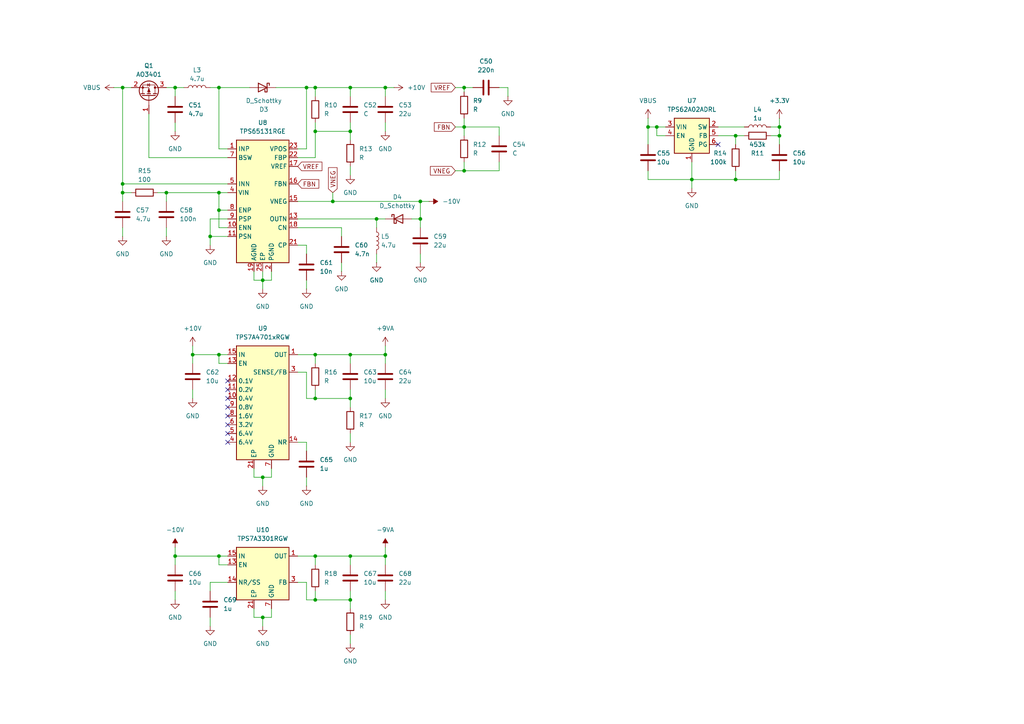
<source format=kicad_sch>
(kicad_sch (version 20250114) (generator "eeschema") (generator_version "9.0")
  (paper "A4")
  (lib_symbols
    (symbol "Device:C" (pin_numbers (hide yes)) (pin_names (offset 0.254))
      (property "Reference" "C" (at 0.635 2.54 0))
      (property "Value" "C" (at 0.635 -2.54 0))
      (symbol "C_0_1"
        (polyline (pts (xy -2.032 0.762) (xy 2.032 0.762)) (stroke (width 0.508)))
        (polyline (pts (xy -2.032 -0.762) (xy 2.032 -0.762)) (stroke (width 0.508)))
      )
      (symbol "C_1_1"
        (pin passive line (at 0 3.81 270) (length 2.794) (name "~") (number "1"))
        (pin passive line (at 0 -3.81 90) (length 2.794) (name "~") (number "2"))
      )
    )
    (symbol "Device:D_Schottky" (pin_numbers (hide yes)) (pin_names (offset 1.016) (hide yes))
      (property "Reference" "D" (at 0 2.54 0))
      (property "Value" "D_Schottky" (at 0 -2.54 0))
      (symbol "D_Schottky_0_1"
        (polyline (pts (xy -1.905 0.635) (xy -1.905 1.27) (xy -1.27 1.27) (xy -1.27 -1.27) (xy -0.635 -1.27) (xy -0.635 -0.635)) (stroke (width 0.254)))
        (polyline (pts (xy 1.27 1.27) (xy 1.27 -1.27) (xy -1.27 0) (xy 1.27 1.27)) (stroke (width 0.254)))
        (polyline (pts (xy 1.27 0) (xy -1.27 0)))
      )
      (symbol "D_Schottky_1_1"
        (pin passive line (at -3.81 0 0) (length 2.54) (name "K") (number "1"))
        (pin passive line (at 3.81 0 180) (length 2.54) (name "A") (number "2"))
      )
    )
    (symbol "Device:L" (pin_numbers (hide yes)) (pin_names (offset 1.016) (hide yes))
      (property "Reference" "L" (at -1.27 0 90))
      (property "Value" "L" (at 1.905 0 90))
      (symbol "L_0_1"
        (arc (start 0 2.54) (mid 0.6323 1.905) (end 0 1.27))
        (arc (start 0 1.27) (mid 0.6323 0.635) (end 0 0))
        (arc (start 0 0) (mid 0.6323 -0.635) (end 0 -1.27))
        (arc (start 0 -1.27) (mid 0.6323 -1.905) (end 0 -2.54))
      )
      (symbol "L_1_1"
        (pin passive line (at 0 3.81 270) (length 1.27) (name "1") (number "1"))
        (pin passive line (at 0 -3.81 90) (length 1.27) (name "2") (number "2"))
      )
    )
    (symbol "Device:R" (pin_numbers (hide yes)) (pin_names (offset 0))
      (property "Reference" "R" (at 2.032 0 90))
      (property "Value" "R" (at 0 0 90))
      (symbol "R_0_1"
        (rectangle (start -1.016 -2.54) (end 1.016 2.54) (stroke (width 0.254)))
      )
      (symbol "R_1_1"
        (pin passive line (at 0 3.81 270) (length 1.27) (name "~") (number "1"))
        (pin passive line (at 0 -3.81 90) (length 1.27) (name "~") (number "2"))
      )
    )
    (symbol "Regulator_Linear:TPS7A3301RGW"
      (property "Reference" "U" (at -6.35 8.89 0))
      (property "Value" "TPS7A3301RGW" (at 3.81 8.89 0))
      (symbol "TPS7A3301RGW_0_1"
        (rectangle (start -7.62 7.62) (end 7.62 -7.62) (stroke (width 0.254)) (fill (type background)))
      )
      (symbol "TPS7A3301RGW_1_1"
        (pin power_in line (at -10.16 5.08 0) (length 2.54) (name "IN") (number "15"))
        (pin passive line (at -10.16 5.08 0) (length 2.54) (hide yes) (name "IN") (number "16"))
        (pin input line (at -10.16 2.54 0) (length 2.54) (name "EN") (number "13"))
        (pin passive line (at -10.16 -2.54 0) (length 2.54) (name "NR/SS") (number "14"))
        (pin power_in line (at -2.54 -10.16 90) (length 2.54) (name "EP") (number "21"))
        (pin power_in line (at 2.54 -10.16 90) (length 2.54) (name "GND") (number "7"))
        (pin power_out line (at 10.16 5.08 180) (length 2.54) (name "OUT") (number "1"))
        (pin passive line (at 10.16 5.08 180) (length 2.54) (hide yes) (name "OUT") (number "20"))
        (pin input line (at 10.16 -2.54 180) (length 2.54) (name "FB") (number "3"))
      )
    )
    (symbol "Regulator_Linear:TPS7A4701xRGW"
      (property "Reference" "U" (at -6.35 19.05 0))
      (property "Value" "TPS7A4701xRGW" (at 3.81 19.05 0))
      (symbol "TPS7A4701xRGW_0_1"
        (rectangle (start -7.62 17.78) (end 7.62 -15.24) (stroke (width 0.254)) (fill (type background)))
      )
      (symbol "TPS7A4701xRGW_1_1"
        (pin power_in line (at -10.16 15.24 0) (length 2.54) (name "IN") (number "15"))
        (pin passive line (at -10.16 15.24 0) (length 2.54) (hide yes) (name "IN") (number "16"))
        (pin input line (at -10.16 12.7 0) (length 2.54) (name "EN") (number "13"))
        (pin input line (at -10.16 7.62 0) (length 2.54) (name "0.1V") (number "12"))
        (pin input line (at -10.16 5.08 0) (length 2.54) (name "0.2V") (number "11"))
        (pin input line (at -10.16 2.54 0) (length 2.54) (name "0.4V") (number "10"))
        (pin input line (at -10.16 0 0) (length 2.54) (name "0.8V") (number "9"))
        (pin input line (at -10.16 -2.54 0) (length 2.54) (name "1.6V") (number "8"))
        (pin input line (at -10.16 -5.08 0) (length 2.54) (name "3.2V") (number "6"))
        (pin input line (at -10.16 -7.62 0) (length 2.54) (name "6.4V") (number "5"))
        (pin input line (at -10.16 -10.16 0) (length 2.54) (name "6.4V") (number "4"))
        (pin passive line (at -2.54 -17.78 90) (length 2.54) (name "EP") (number "21"))
        (pin power_in line (at 2.54 -17.78 90) (length 2.54) (name "GND") (number "7"))
        (pin power_out line (at 10.16 15.24 180) (length 2.54) (name "OUT") (number "1"))
        (pin power_out line (at 10.16 15.24 180) (length 2.54) (hide yes) (name "OUT") (number "20"))
        (pin input line (at 10.16 10.16 180) (length 2.54) (name "SENSE/FB") (number "3"))
        (pin passive line (at 10.16 -10.16 180) (length 2.54) (name "NR") (number "14"))
      )
    )
    (symbol "Regulator_Switching:TPS62A02ADRL"
      (property "Reference" "U" (at -5.08 6.35 0))
      (property "Value" "TPS62A02ADRL" (at 0 6.35 0))
      (symbol "TPS62A02ADRL_0_1"
        (rectangle (start -5.08 5.08) (end 5.08 -5.08) (stroke (width 0.254)) (fill (type background)))
      )
      (symbol "TPS62A02ADRL_1_1"
        (pin power_in line (at -7.62 2.54 0) (length 2.54) (name "VIN") (number "3"))
        (pin input line (at -7.62 0 0) (length 2.54) (name "EN") (number "4"))
        (pin power_in line (at 0 -7.62 90) (length 2.54) (name "GND") (number "1"))
        (pin power_out line (at 7.62 2.54 180) (length 2.54) (name "SW") (number "2"))
        (pin input line (at 7.62 0 180) (length 2.54) (name "FB") (number "5"))
        (pin open_collector line (at 7.62 -2.54 180) (length 2.54) (name "PG") (number "6"))
      )
    )
    (symbol "Regulator_Switching:TPS65131RGE"
      (property "Reference" "U" (at -6.858 21.082 0))
      (property "Value" "TPS65131RGE" (at -1.016 19.05 0))
      (symbol "TPS65131RGE_0_1"
        (rectangle (start -7.62 17.78) (end 7.62 -17.78) (stroke (width 0.254)) (fill (type background)))
      )
      (symbol "TPS65131RGE_1_1"
        (pin input line (at -10.16 15.24 0) (length 2.54) (name "INP") (number "1"))
        (pin input line (at -10.16 15.24 0) (length 2.54) (hide yes) (name "INP") (number "24"))
        (pin output line (at -10.16 12.7 0) (length 2.54) (name "BSW") (number "7"))
        (pin input line (at -10.16 5.08 0) (length 2.54) (name "INN") (number "5"))
        (pin input line (at -10.16 5.08 0) (length 2.54) (hide yes) (name "INN") (number "6"))
        (pin power_in line (at -10.16 2.54 0) (length 2.54) (name "VIN") (number "4"))
        (pin input line (at -10.16 -2.54 0) (length 2.54) (name "ENP") (number "8"))
        (pin input line (at -10.16 -5.08 0) (length 2.54) (name "PSP") (number "9"))
        (pin input line (at -10.16 -7.62 0) (length 2.54) (name "ENN") (number "10"))
        (pin input line (at -10.16 -10.16 0) (length 2.54) (name "PSN") (number "11"))
        (pin no_connect line (at -7.62 10.16 0) (length 2.54) (hide yes) (name "NC") (number "20"))
        (pin no_connect line (at -7.62 7.62 0) (length 2.54) (hide yes) (name "NC") (number "12"))
        (pin power_in line (at -2.54 -20.32 90) (length 2.54) (name "AGND") (number "19"))
        (pin passive line (at 0 -20.32 90) (length 2.54) (name "EP") (number "25"))
        (pin power_in line (at 2.54 -20.32 90) (length 2.54) (name "PGND") (number "2"))
        (pin passive line (at 2.54 -20.32 90) (length 2.54) (hide yes) (name "PGND") (number "3"))
        (pin input line (at 10.16 15.24 180) (length 2.54) (name "VPOS") (number "23"))
        (pin input line (at 10.16 12.7 180) (length 2.54) (name "FBP") (number "22"))
        (pin output line (at 10.16 10.16 180) (length 2.54) (name "VREF") (number "17"))
        (pin input line (at 10.16 5.08 180) (length 2.54) (name "FBN") (number "16"))
        (pin input line (at 10.16 0 180) (length 2.54) (name "VNEG") (number "15"))
        (pin output line (at 10.16 -5.08 180) (length 2.54) (name "OUTN") (number "13"))
        (pin passive line (at 10.16 -5.08 180) (length 2.54) (hide yes) (name "OUTN") (number "14"))
        (pin passive line (at 10.16 -7.62 180) (length 2.54) (name "CN") (number "18"))
        (pin passive line (at 10.16 -12.7 180) (length 2.54) (name "CP") (number "21"))
      )
    )
    (symbol "Transistor_FET:Q_PMOS_GSD" (pin_names (offset 0) (hide yes))
      (property "Reference" "Q" (at 5.08 1.905 0))
      (property "Value" "Q_PMOS_GSD" (at 5.08 0 0))
      (symbol "Q_PMOS_GSD_0_1"
        (polyline (pts (xy 0.254 1.905) (xy 0.254 -1.905)) (stroke (width 0.254)))
        (polyline (pts (xy 0.254 0) (xy -2.54 0)))
        (polyline (pts (xy 0.762 2.286) (xy 0.762 1.27)) (stroke (width 0.254)))
        (polyline (pts (xy 0.762 1.778) (xy 3.302 1.778) (xy 3.302 -1.778) (xy 0.762 -1.778)))
        (polyline (pts (xy 0.762 0.508) (xy 0.762 -0.508)) (stroke (width 0.254)))
        (polyline (pts (xy 0.762 -1.27) (xy 0.762 -2.286)) (stroke (width 0.254)))
        (circle (center 1.651 0) (radius 2.794) (stroke (width 0.254)))
        (polyline (pts (xy 2.286 0) (xy 1.27 0.381) (xy 1.27 -0.381) (xy 2.286 0)) (fill (type outline)))
        (polyline (pts (xy 2.54 2.54) (xy 2.54 1.778)))
        (circle (center 2.54 1.778) (radius 0.254) (fill (type outline)))
        (circle (center 2.54 -1.778) (radius 0.254) (fill (type outline)))
        (polyline (pts (xy 2.54 -2.54) (xy 2.54 0) (xy 0.762 0)))
        (polyline (pts (xy 2.921 -0.381) (xy 3.683 -0.381)))
        (polyline (pts (xy 3.302 -0.381) (xy 2.921 0.254) (xy 3.683 0.254) (xy 3.302 -0.381)))
      )
      (symbol "Q_PMOS_GSD_1_1"
        (pin input line (at -5.08 0 0) (length 2.54) (name "G") (number "1"))
        (pin passive line (at 2.54 5.08 270) (length 2.54) (name "D") (number "3"))
        (pin passive line (at 2.54 -5.08 90) (length 2.54) (name "S") (number "2"))
      )
    )
    (symbol "power:+10V" (power) (pin_numbers (hide yes)) (pin_names (offset 0) (hide yes))
      (property "Value" "+10V" (at 0 3.556 0))
      (symbol "+10V_0_1"
        (polyline (pts (xy -0.762 1.27) (xy 0 2.54)))
        (polyline (pts (xy 0 2.54) (xy 0.762 1.27)))
        (polyline (pts (xy 0 0) (xy 0 2.54)))
      )
      (symbol "+10V_1_1"
        (pin power_in line (at 0 0 90) (length 0) (name "~") (number "1"))
      )
    )
    (symbol "power:+3.3V" (power) (pin_numbers (hide yes)) (pin_names (offset 0) (hide yes))
      (property "Value" "+3.3V" (at 0 3.556 0))
      (symbol "+3.3V_0_1"
        (polyline (pts (xy -0.762 1.27) (xy 0 2.54)))
        (polyline (pts (xy 0 2.54) (xy 0.762 1.27)))
        (polyline (pts (xy 0 0) (xy 0 2.54)))
      )
      (symbol "+3.3V_1_1"
        (pin power_in line (at 0 0 90) (length 0) (name "~") (number "1"))
      )
    )
    (symbol "power:+9VA" (power) (pin_numbers (hide yes)) (pin_names (offset 0) (hide yes))
      (property "Value" "+9VA" (at 0 3.556 0))
      (symbol "+9VA_0_1"
        (polyline (pts (xy -0.762 1.27) (xy 0 2.54)))
        (polyline (pts (xy 0 2.54) (xy 0.762 1.27)))
        (polyline (pts (xy 0 0) (xy 0 2.54)))
      )
      (symbol "+9VA_1_1"
        (pin power_in line (at 0 0 90) (length 0) (name "~") (number "1"))
      )
    )
    (symbol "power:-10V" (power) (pin_numbers (hide yes)) (pin_names (offset 0) (hide yes))
      (property "Value" "-10V" (at 0 3.556 0))
      (symbol "-10V_0_0"
        (pin power_in line (at 0 0 90) (length 0) (name "~") (number "1"))
      )
      (symbol "-10V_0_1"
        (polyline (pts (xy 0 0) (xy 0 1.27) (xy 0.762 1.27) (xy 0 2.54) (xy -0.762 1.27) (xy 0 1.27)) (fill (type outline)))
      )
    )
    (symbol "power:-9VA" (power) (pin_numbers (hide yes)) (pin_names (offset 0) (hide yes))
      (property "Value" "-9VA" (at 0 3.556 0))
      (symbol "-9VA_0_1"
        (polyline (pts (xy 0 0) (xy 0 2.54)))
        (polyline (pts (xy 0.762 1.27) (xy -0.762 1.27) (xy 0 2.54) (xy 0.762 1.27)) (fill (type outline)))
      )
      (symbol "-9VA_1_1"
        (pin power_in line (at 0 0 90) (length 0) (name "~") (number "1"))
      )
    )
    (symbol "power:GND" (power) (pin_numbers (hide yes)) (pin_names (offset 0) (hide yes))
      (property "Value" "GND" (at 0 -3.81 0))
      (symbol "GND_0_1"
        (polyline (pts (xy 0 0) (xy 0 -1.27) (xy 1.27 -1.27) (xy 0 -2.54) (xy -1.27 -1.27) (xy 0 -1.27)))
      )
      (symbol "GND_1_1"
        (pin power_in line (at 0 0 270) (length 0) (name "~") (number "1"))
      )
    )
    (symbol "power:VBUS" (power) (pin_numbers (hide yes)) (pin_names (offset 0) (hide yes))
      (property "Value" "VBUS" (at 0 3.556 0))
      (symbol "VBUS_0_1"
        (polyline (pts (xy -0.762 1.27) (xy 0 2.54)))
        (polyline (pts (xy 0 2.54) (xy 0.762 1.27)))
        (polyline (pts (xy 0 0) (xy 0 2.54)))
      )
      (symbol "VBUS_1_1"
        (pin power_in line (at 0 0 90) (length 0) (name "~") (number "1"))
      )
    )
  )
  (junction (at 226.06 36.83))
  (junction (at 111.76 161.29))
  (junction (at 213.36 39.37))
  (junction (at 35.56 55.88))
  (junction (at 226.06 39.37))
  (junction (at 190.5 36.83))
  (junction (at 63.5 102.87))
  (junction (at 200.66 52.07))
  (junction (at 76.2 138.43))
  (junction (at 35.56 53.34))
  (junction (at 101.6 38.1))
  (junction (at 63.5 25.4))
  (junction (at 91.44 161.29))
  (junction (at 55.88 102.87))
  (junction (at 111.76 25.4))
  (junction (at 213.36 52.07))
  (junction (at 60.96 68.58))
  (junction (at 121.92 63.5))
  (junction (at 91.44 25.4))
  (junction (at 134.62 49.53))
  (junction (at 91.44 173.99))
  (junction (at 111.76 102.87))
  (junction (at 48.26 55.88))
  (junction (at 91.44 102.87))
  (junction (at 101.6 102.87))
  (junction (at 101.6 115.57))
  (junction (at 109.22 63.5))
  (junction (at 88.9 25.4))
  (junction (at 187.96 36.83))
  (junction (at 101.6 161.29))
  (junction (at 101.6 25.4))
  (junction (at 91.44 115.57))
  (junction (at 121.92 58.42))
  (junction (at 76.2 179.07))
  (junction (at 63.5 161.29))
  (junction (at 134.62 25.4))
  (junction (at 63.5 55.88))
  (junction (at 134.62 36.83))
  (junction (at 63.5 60.96))
  (junction (at 50.8 161.29))
  (junction (at 96.52 58.42))
  (junction (at 76.2 81.28))
  (junction (at 91.44 38.1))
  (junction (at 101.6 173.99))
  (junction (at 35.56 25.4))
  (junction (at 50.8 25.4))
  (no_connect (at 66.04 125.73))
  (no_connect (at 66.04 123.19))
  (no_connect (at 208.28 41.91))
  (no_connect (at 66.04 118.11))
  (no_connect (at 66.04 120.65))
  (no_connect (at 66.04 110.49))
  (no_connect (at 66.04 128.27))
  (no_connect (at 66.04 115.57))
  (no_connect (at 66.04 113.03))
  (wire (pts (xy 63.5 43.18) (xy 66.04 43.18)))
  (wire (pts (xy 73.66 78.74) (xy 73.66 81.28)))
  (wire (pts (xy 86.36 58.42) (xy 96.52 58.42)))
  (wire (pts (xy 226.06 39.37) (xy 223.52 39.37)))
  (wire (pts (xy 91.44 161.29) (xy 91.44 163.83)))
  (wire (pts (xy 63.5 25.4) (xy 63.5 43.18)))
  (wire (pts (xy 33.02 25.4) (xy 35.56 25.4)))
  (wire (pts (xy 88.9 128.27) (xy 88.9 130.81)))
  (wire (pts (xy 35.56 53.34) (xy 35.56 55.88)))
  (wire (pts (xy 187.96 36.83) (xy 190.5 36.83)))
  (wire (pts (xy 63.5 60.96) (xy 63.5 55.88)))
  (wire (pts (xy 190.5 36.83) (xy 193.04 36.83)))
  (wire (pts (xy 111.76 171.45) (xy 111.76 173.99)))
  (wire (pts (xy 88.9 43.18) (xy 88.9 25.4)))
  (wire (pts (xy 208.28 39.37) (xy 213.36 39.37)))
  (wire (pts (xy 111.76 163.83) (xy 111.76 161.29)))
  (wire (pts (xy 50.8 171.45) (xy 50.8 173.99)))
  (wire (pts (xy 45.72 55.88) (xy 48.26 55.88)))
  (wire (pts (xy 86.36 43.18) (xy 88.9 43.18)))
  (wire (pts (xy 101.6 115.57) (xy 101.6 118.11)))
  (wire (pts (xy 88.9 138.43) (xy 88.9 140.97)))
  (wire (pts (xy 55.88 102.87) (xy 55.88 105.41)))
  (wire (pts (xy 86.36 45.72) (xy 91.44 45.72)))
  (wire (pts (xy 50.8 25.4) (xy 53.34 25.4)))
  (wire (pts (xy 101.6 171.45) (xy 101.6 173.99)))
  (wire (pts (xy 78.74 78.74) (xy 78.74 81.28)))
  (wire (pts (xy 101.6 173.99) (xy 101.6 176.53)))
  (wire (pts (xy 208.28 36.83) (xy 215.9 36.83)))
  (wire (pts (xy 38.1 25.4) (xy 35.56 25.4)))
  (wire (pts (xy 190.5 39.37) (xy 190.5 36.83)))
  (wire (pts (xy 187.96 49.53) (xy 187.96 52.07)))
  (wire (pts (xy 86.36 128.27) (xy 88.9 128.27)))
  (wire (pts (xy 200.66 46.99) (xy 200.66 52.07)))
  (wire (pts (xy 111.76 35.56) (xy 111.76 38.1)))
  (wire (pts (xy 35.56 25.4) (xy 35.56 53.34)))
  (wire (pts (xy 101.6 102.87) (xy 101.6 105.41)))
  (wire (pts (xy 66.04 66.04) (xy 63.5 66.04)))
  (wire (pts (xy 101.6 184.15) (xy 101.6 186.69)))
  (wire (pts (xy 213.36 49.53) (xy 213.36 52.07)))
  (wire (pts (xy 101.6 125.73) (xy 101.6 128.27)))
  (wire (pts (xy 144.78 39.37) (xy 144.78 36.83)))
  (wire (pts (xy 101.6 38.1) (xy 101.6 40.64)))
  (wire (pts (xy 88.9 173.99) (xy 88.9 168.91)))
  (wire (pts (xy 91.44 173.99) (xy 88.9 173.99)))
  (wire (pts (xy 96.52 58.42) (xy 121.92 58.42)))
  (wire (pts (xy 91.44 102.87) (xy 91.44 105.41)))
  (wire (pts (xy 76.2 179.07) (xy 76.2 181.61)))
  (wire (pts (xy 50.8 35.56) (xy 50.8 38.1)))
  (wire (pts (xy 91.44 38.1) (xy 91.44 45.72)))
  (wire (pts (xy 78.74 176.53) (xy 78.74 179.07)))
  (wire (pts (xy 101.6 102.87) (xy 111.76 102.87)))
  (wire (pts (xy 43.18 45.72) (xy 43.18 33.02)))
  (wire (pts (xy 63.5 161.29) (xy 50.8 161.29)))
  (wire (pts (xy 101.6 173.99) (xy 91.44 173.99)))
  (wire (pts (xy 99.06 76.2) (xy 99.06 78.74)))
  (wire (pts (xy 38.1 55.88) (xy 35.56 55.88)))
  (wire (pts (xy 60.96 168.91) (xy 60.96 171.45)))
  (wire (pts (xy 91.44 102.87) (xy 101.6 102.87)))
  (wire (pts (xy 50.8 161.29) (xy 50.8 163.83)))
  (wire (pts (xy 226.06 39.37) (xy 226.06 41.91)))
  (wire (pts (xy 200.66 52.07) (xy 213.36 52.07)))
  (wire (pts (xy 63.5 105.41) (xy 63.5 102.87)))
  (wire (pts (xy 66.04 63.5) (xy 60.96 63.5)))
  (wire (pts (xy 134.62 36.83) (xy 132.08 36.83)))
  (wire (pts (xy 86.36 63.5) (xy 109.22 63.5)))
  (wire (pts (xy 187.96 52.07) (xy 200.66 52.07)))
  (wire (pts (xy 78.74 81.28) (xy 76.2 81.28)))
  (wire (pts (xy 63.5 163.83) (xy 63.5 161.29)))
  (wire (pts (xy 66.04 60.96) (xy 63.5 60.96)))
  (wire (pts (xy 111.76 100.33) (xy 111.76 102.87)))
  (wire (pts (xy 66.04 55.88) (xy 63.5 55.88)))
  (wire (pts (xy 50.8 25.4) (xy 50.8 27.94)))
  (wire (pts (xy 48.26 55.88) (xy 48.26 58.42)))
  (wire (pts (xy 50.8 158.75) (xy 50.8 161.29)))
  (wire (pts (xy 134.62 34.29) (xy 134.62 36.83)))
  (wire (pts (xy 66.04 105.41) (xy 63.5 105.41)))
  (wire (pts (xy 111.76 25.4) (xy 114.3 25.4)))
  (wire (pts (xy 73.66 81.28) (xy 76.2 81.28)))
  (wire (pts (xy 86.36 102.87) (xy 91.44 102.87)))
  (wire (pts (xy 63.5 102.87) (xy 55.88 102.87)))
  (wire (pts (xy 60.96 68.58) (xy 66.04 68.58)))
  (wire (pts (xy 66.04 168.91) (xy 60.96 168.91)))
  (wire (pts (xy 193.04 39.37) (xy 190.5 39.37)))
  (wire (pts (xy 101.6 25.4) (xy 91.44 25.4)))
  (wire (pts (xy 134.62 25.4) (xy 134.62 26.67)))
  (wire (pts (xy 35.56 66.04) (xy 35.56 68.58)))
  (wire (pts (xy 76.2 81.28) (xy 76.2 83.82)))
  (wire (pts (xy 63.5 25.4) (xy 72.39 25.4)))
  (wire (pts (xy 66.04 53.34) (xy 35.56 53.34)))
  (wire (pts (xy 91.44 113.03) (xy 91.44 115.57)))
  (wire (pts (xy 134.62 36.83) (xy 134.62 39.37)))
  (wire (pts (xy 88.9 115.57) (xy 91.44 115.57)))
  (wire (pts (xy 63.5 66.04) (xy 63.5 60.96)))
  (wire (pts (xy 48.26 25.4) (xy 50.8 25.4)))
  (wire (pts (xy 134.62 46.99) (xy 134.62 49.53)))
  (wire (pts (xy 109.22 63.5) (xy 109.22 66.04)))
  (wire (pts (xy 78.74 138.43) (xy 76.2 138.43)))
  (wire (pts (xy 66.04 45.72) (xy 43.18 45.72)))
  (wire (pts (xy 99.06 66.04) (xy 86.36 66.04)))
  (wire (pts (xy 60.96 63.5) (xy 60.96 68.58)))
  (wire (pts (xy 55.88 113.03) (xy 55.88 115.57)))
  (wire (pts (xy 132.08 25.4) (xy 134.62 25.4)))
  (wire (pts (xy 144.78 36.83) (xy 134.62 36.83)))
  (wire (pts (xy 91.44 35.56) (xy 91.44 38.1)))
  (wire (pts (xy 144.78 46.99) (xy 144.78 49.53)))
  (wire (pts (xy 187.96 34.29) (xy 187.96 36.83)))
  (wire (pts (xy 134.62 25.4) (xy 137.16 25.4)))
  (wire (pts (xy 99.06 68.58) (xy 99.06 66.04)))
  (wire (pts (xy 66.04 161.29) (xy 63.5 161.29)))
  (wire (pts (xy 91.44 171.45) (xy 91.44 173.99)))
  (wire (pts (xy 60.96 68.58) (xy 60.96 71.12)))
  (wire (pts (xy 111.76 113.03) (xy 111.76 115.57)))
  (wire (pts (xy 91.44 25.4) (xy 88.9 25.4)))
  (wire (pts (xy 78.74 135.89) (xy 78.74 138.43)))
  (wire (pts (xy 88.9 81.28) (xy 88.9 83.82)))
  (wire (pts (xy 48.26 66.04) (xy 48.26 68.58)))
  (wire (pts (xy 213.36 39.37) (xy 213.36 41.91)))
  (wire (pts (xy 76.2 78.74) (xy 76.2 81.28)))
  (wire (pts (xy 91.44 161.29) (xy 101.6 161.29)))
  (wire (pts (xy 73.66 138.43) (xy 76.2 138.43)))
  (wire (pts (xy 66.04 102.87) (xy 63.5 102.87)))
  (wire (pts (xy 119.38 63.5) (xy 121.92 63.5)))
  (wire (pts (xy 66.04 163.83) (xy 63.5 163.83)))
  (wire (pts (xy 111.76 27.94) (xy 111.76 25.4)))
  (wire (pts (xy 226.06 52.07) (xy 226.06 49.53)))
  (wire (pts (xy 101.6 113.03) (xy 101.6 115.57)))
  (wire (pts (xy 91.44 38.1) (xy 101.6 38.1)))
  (wire (pts (xy 73.66 135.89) (xy 73.66 138.43)))
  (wire (pts (xy 86.36 107.95) (xy 88.9 107.95)))
  (wire (pts (xy 121.92 63.5) (xy 121.92 66.04)))
  (wire (pts (xy 91.44 25.4) (xy 91.44 27.94)))
  (wire (pts (xy 111.76 158.75) (xy 111.76 161.29)))
  (wire (pts (xy 134.62 49.53) (xy 132.08 49.53)))
  (wire (pts (xy 88.9 107.95) (xy 88.9 115.57)))
  (wire (pts (xy 88.9 73.66) (xy 88.9 71.12)))
  (wire (pts (xy 121.92 73.66) (xy 121.92 76.2)))
  (wire (pts (xy 91.44 115.57) (xy 101.6 115.57)))
  (wire (pts (xy 60.96 179.07) (xy 60.96 181.61)))
  (wire (pts (xy 60.96 25.4) (xy 63.5 25.4)))
  (wire (pts (xy 121.92 58.42) (xy 124.46 58.42)))
  (wire (pts (xy 223.52 36.83) (xy 226.06 36.83)))
  (wire (pts (xy 144.78 49.53) (xy 134.62 49.53)))
  (wire (pts (xy 96.52 55.88) (xy 96.52 58.42)))
  (wire (pts (xy 111.76 105.41) (xy 111.76 102.87)))
  (wire (pts (xy 226.06 36.83) (xy 226.06 39.37)))
  (wire (pts (xy 213.36 52.07) (xy 226.06 52.07)))
  (wire (pts (xy 55.88 100.33) (xy 55.88 102.87)))
  (wire (pts (xy 144.78 25.4) (xy 147.32 25.4)))
  (wire (pts (xy 101.6 27.94) (xy 101.6 25.4)))
  (wire (pts (xy 63.5 55.88) (xy 48.26 55.88)))
  (wire (pts (xy 101.6 35.56) (xy 101.6 38.1)))
  (wire (pts (xy 200.66 52.07) (xy 200.66 54.61)))
  (wire (pts (xy 187.96 36.83) (xy 187.96 41.91)))
  (wire (pts (xy 213.36 39.37) (xy 215.9 39.37)))
  (wire (pts (xy 88.9 71.12) (xy 86.36 71.12)))
  (wire (pts (xy 101.6 161.29) (xy 111.76 161.29)))
  (wire (pts (xy 78.74 179.07) (xy 76.2 179.07)))
  (wire (pts (xy 101.6 161.29) (xy 101.6 163.83)))
  (wire (pts (xy 88.9 25.4) (xy 80.01 25.4)))
  (wire (pts (xy 109.22 73.66) (xy 109.22 76.2)))
  (wire (pts (xy 101.6 25.4) (xy 111.76 25.4)))
  (wire (pts (xy 73.66 176.53) (xy 73.66 179.07)))
  (wire (pts (xy 76.2 138.43) (xy 76.2 140.97)))
  (wire (pts (xy 226.06 34.29) (xy 226.06 36.83)))
  (wire (pts (xy 73.66 179.07) (xy 76.2 179.07)))
  (wire (pts (xy 88.9 168.91) (xy 86.36 168.91)))
  (wire (pts (xy 109.22 63.5) (xy 111.76 63.5)))
  (wire (pts (xy 35.56 55.88) (xy 35.56 58.42)))
  (wire (pts (xy 86.36 161.29) (xy 91.44 161.29)))
  (wire (pts (xy 101.6 48.26) (xy 101.6 50.8)))
  (wire (pts (xy 121.92 58.42) (xy 121.92 63.5)))
  (wire (pts (xy 147.32 25.4) (xy 147.32 27.94)))
  (global_label "VNEG" (shape input) (at 96.52 55.88 90) (property "Intersheetrefs" "${INTERSHEET_REFS}" (effects (hide yes))))
  (global_label "FBN" (shape input) (at 132.08 36.83 180) (property "Intersheetrefs" "${INTERSHEET_REFS}" (effects (hide yes))))
  (global_label "VNEG" (shape input) (at 132.08 49.53 180) (property "Intersheetrefs" "${INTERSHEET_REFS}" (effects (hide yes))))
  (global_label "VREF" (shape input) (at 132.08 25.4 180) (property "Intersheetrefs" "${INTERSHEET_REFS}" (effects (hide yes))))
  (global_label "FBN" (shape input) (at 86.36 53.34 0) (property "Intersheetrefs" "${INTERSHEET_REFS}" (effects (hide yes))))
  (global_label "VREF" (shape input) (at 86.36 48.26 0) (property "Intersheetrefs" "${INTERSHEET_REFS}" (effects (hide yes))))
  (symbol (lib_id "Device:C") (at 144.78 43.18 0) (unit 1)
    (property "Reference" "C54" (at 148.59 41.9099 0) (effects (justify left)))
    (property "Value" "C" (at 148.59 44.4499 0) (effects (justify left)))
    (property "Footprint" "Capacitor_SMD:C_0402_1005Metric" (effects (hide yes)))
    (property "Description" "Unpolarized capacitor" (effects (hide yes)))
  )
  (symbol (lib_id "Device:L") (at 57.15 25.4 90) (unit 1)
    (property "Reference" "L3" (at 57.15 20.32 90))
    (property "Value" "4.7u" (at 57.15 22.86 90))
    (property "Footprint" "Inductor_SMD:L_Murata_DFE201610P" (effects (hide yes)))
    (property "Description" "Inductor" (effects (hide yes)))
  )
  (symbol (lib_id "Device:R") (at 101.6 44.45 0) (unit 1)
    (property "Reference" "R13" (at 104.14 43.1799 0) (effects (justify left)))
    (property "Value" "R" (at 104.14 45.7199 0) (effects (justify left)))
    (property "Footprint" "Resistor_SMD:R_0402_1005Metric" (effects (hide yes)))
    (property "Description" "Resistor" (effects (hide yes)))
  )
  (symbol (lib_id "power:GND") (at 101.6 128.27 0) (unit 1)
    (property "Reference" "#PWR093" (effects (hide yes)))
    (property "Value" "GND" (at 101.6 133.35 0))
    (property "Description" "Power symbol creates a global label with name \"GND\" , ground" (effects (hide yes)))
  )
  (symbol (lib_id "Device:R") (at 101.6 121.92 0) (unit 1)
    (property "Reference" "R17" (at 104.14 120.6499 0) (effects (justify left)))
    (property "Value" "R" (at 104.14 123.1899 0) (effects (justify left)))
    (property "Footprint" "Resistor_SMD:R_0402_1005Metric" (effects (hide yes)))
    (property "Description" "Resistor" (effects (hide yes)))
  )
  (symbol (lib_id "power:VBUS") (at 33.02 25.4 90) (unit 1)
    (property "Reference" "#PWR073" (effects (hide yes)))
    (property "Value" "VBUS" (at 29.21 25.3999 90) (effects (justify left)))
    (property "Description" "Power symbol creates a global label with name \"VBUS\"" (effects (hide yes)))
  )
  (symbol (lib_id "power:GND") (at 35.56 68.58 0) (unit 1)
    (property "Reference" "#PWR083" (effects (hide yes)))
    (property "Value" "GND" (at 35.56 73.66 0))
    (property "Description" "Power symbol creates a global label with name \"GND\" , ground" (effects (hide yes)))
  )
  (symbol (lib_id "Device:C") (at 101.6 31.75 0) (unit 1)
    (property "Reference" "C52" (at 105.41 30.4799 0) (effects (justify left)))
    (property "Value" "C" (at 105.41 33.0199 0) (effects (justify left)))
    (property "Footprint" "Capacitor_SMD:C_0402_1005Metric" (effects (hide yes)))
    (property "Description" "Unpolarized capacitor" (effects (hide yes)))
  )
  (symbol (lib_id "power:GND") (at 48.26 68.58 0) (unit 1)
    (property "Reference" "#PWR084" (effects (hide yes)))
    (property "Value" "GND" (at 48.26 73.66 0))
    (property "Description" "Power symbol creates a global label with name \"GND\" , ground" (effects (hide yes)))
  )
  (symbol (lib_id "Regulator_Switching:TPS65131RGE") (at 76.2 58.42 0) (unit 1)
    (property "Reference" "U8" (at 76.2 35.56 0))
    (property "Value" "TPS65131RGE" (at 76.2 38.1 0))
    (property "Footprint" "Package_DFN_QFN:VQFN-24-1EP_4x4mm_P0.5mm_EP2.45x2.45mm_ThermalVias" (effects (hide yes)))
    (property "Datasheet" "http://www.ti.com/lit/ds/symlink/tps65130.pdf" (effects (hide yes)))
    (property "Description" "Split-Rail Converter with Dual, Positive and Negative Outputs (750mA typ, Switch Current Limit 1950mA typ),), 2.7-5.5V, VQFN-24" (effects (hide yes)))
  )
  (symbol (lib_id "Transistor_FET:Q_PMOS_GSD") (at 43.18 27.94 270) (mirror x) (unit 1)
    (property "Reference" "Q1" (at 43.18 19.05 90))
    (property "Value" "AO3401" (at 43.18 21.59 90))
    (property "Footprint" "Package_TO_SOT_SMD:SOT-23" (effects (hide yes)))
    (property "Description" "P-MOSFET transistor, gate/source/drain" (effects (hide yes)))
  )
  (symbol (lib_id "Device:R") (at 41.91 55.88 90) (unit 1)
    (property "Reference" "R15" (at 41.91 49.53 90))
    (property "Value" "100" (at 41.91 52.07 90))
    (property "Footprint" "Resistor_SMD:R_0402_1005Metric" (effects (hide yes)))
    (property "Description" "Resistor" (effects (hide yes)))
  )
  (symbol (lib_id "power:GND") (at 50.8 38.1 0) (unit 1)
    (property "Reference" "#PWR078" (effects (hide yes)))
    (property "Value" "GND" (at 50.8 43.18 0))
    (property "Description" "Power symbol creates a global label with name \"GND\" , ground" (effects (hide yes)))
  )
  (symbol (lib_id "Device:C") (at 111.76 167.64 0) (unit 1)
    (property "Reference" "C68" (at 115.57 166.3699 0) (effects (justify left)))
    (property "Value" "22u" (at 115.57 168.9099 0) (effects (justify left)))
    (property "Footprint" "Capacitor_SMD:C_0603_1608Metric" (effects (hide yes)))
    (property "Description" "Unpolarized capacitor" (effects (hide yes)))
  )
  (symbol (lib_id "Device:R") (at 134.62 30.48 0) (unit 1)
    (property "Reference" "R9" (at 137.16 29.2099 0) (effects (justify left)))
    (property "Value" "R" (at 137.16 31.7499 0) (effects (justify left)))
    (property "Footprint" "Resistor_SMD:R_0402_1005Metric" (effects (hide yes)))
    (property "Description" "Resistor" (effects (hide yes)))
  )
  (symbol (lib_id "Regulator_Switching:TPS62A02ADRL") (at 200.66 39.37 0) (unit 1)
    (property "Reference" "U7" (at 200.66 29.21 0))
    (property "Value" "TPS62A02ADRL" (at 200.66 31.75 0))
    (property "Footprint" "Package_TO_SOT_SMD:SOT-563" (effects (hide yes)))
    (property "Datasheet" "https://www.ti.com/lit/gpn/tps62a02a" (effects (hide yes)))
    (property "Description" "High Efficiency Synchronous Buck Converter with forced PWM, Adjustable Output 0.6V-5.5V, 2A, Power Good, Enable, SOT-563" (effects (hide yes)))
  )
  (symbol (lib_id "Device:R") (at 91.44 31.75 0) (unit 1)
    (property "Reference" "R10" (at 93.98 30.4799 0) (effects (justify left)))
    (property "Value" "R" (at 93.98 33.0199 0) (effects (justify left)))
    (property "Footprint" "Resistor_SMD:R_0402_1005Metric" (effects (hide yes)))
    (property "Description" "Resistor" (effects (hide yes)))
  )
  (symbol (lib_id "power:+10V") (at 114.3 25.4 270) (unit 1)
    (property "Reference" "#PWR074" (effects (hide yes)))
    (property "Value" "+10V" (at 118.11 25.3999 90) (effects (justify left)))
    (property "Description" "Power symbol creates a global label with name \"+10V\"" (effects (hide yes)))
  )
  (symbol (lib_id "Device:R") (at 219.71 39.37 90) (mirror x) (unit 1)
    (property "Reference" "R11" (at 219.71 44.45 90))
    (property "Value" "453k" (at 219.71 41.91 90))
    (property "Footprint" "Resistor_SMD:R_0402_1005Metric" (effects (hide yes)))
    (property "Description" "Resistor" (effects (hide yes)))
  )
  (symbol (lib_id "Device:C") (at 50.8 167.64 0) (unit 1)
    (property "Reference" "C66" (at 54.61 166.3699 0) (effects (justify left)))
    (property "Value" "10u" (at 54.61 168.9099 0) (effects (justify left)))
    (property "Footprint" "Capacitor_SMD:C_0402_1005Metric" (effects (hide yes)))
    (property "Description" "Unpolarized capacitor" (effects (hide yes)))
  )
  (symbol (lib_id "Device:C") (at 35.56 62.23 0) (unit 1)
    (property "Reference" "C57" (at 39.37 60.9599 0) (effects (justify left)))
    (property "Value" "4.7u" (at 39.37 63.4999 0) (effects (justify left)))
    (property "Footprint" "Capacitor_SMD:C_0402_1005Metric" (effects (hide yes)))
    (property "Description" "Unpolarized capacitor" (effects (hide yes)))
  )
  (symbol (lib_id "power:GND") (at 109.22 76.2 0) (unit 1)
    (property "Reference" "#PWR086" (effects (hide yes)))
    (property "Value" "GND" (at 109.22 81.28 0))
    (property "Description" "Power symbol creates a global label with name \"GND\" , ground" (effects (hide yes)))
  )
  (symbol (lib_id "power:-9VA") (at 111.76 158.75 0) (unit 1)
    (property "Reference" "#PWR0102" (effects (hide yes)))
    (property "Value" "-9VA" (at 111.76 153.67 0))
    (property "Description" "Power symbol creates a global label with name \"-9VA\"" (effects (hide yes)))
  )
  (symbol (lib_id "Device:R") (at 91.44 167.64 0) (unit 1)
    (property "Reference" "R18" (at 93.98 166.3699 0) (effects (justify left)))
    (property "Value" "R" (at 93.98 168.9099 0) (effects (justify left)))
    (property "Footprint" "Resistor_SMD:R_0402_1005Metric" (effects (hide yes)))
    (property "Description" "Resistor" (effects (hide yes)))
  )
  (symbol (lib_id "power:GND") (at 55.88 115.57 0) (unit 1)
    (property "Reference" "#PWR091" (effects (hide yes)))
    (property "Value" "GND" (at 55.88 120.65 0))
    (property "Description" "Power symbol creates a global label with name \"GND\" , ground" (effects (hide yes)))
  )
  (symbol (lib_id "power:-10V") (at 50.8 158.75 0) (unit 1)
    (property "Reference" "#PWR0104" (effects (hide yes)))
    (property "Value" "-10V" (at 50.8 153.67 0))
    (property "Description" "Power symbol creates a global label with name \"-10V\"" (effects (hide yes)))
  )
  (symbol (lib_id "Regulator_Linear:TPS7A4701xRGW") (at 76.2 118.11 0) (unit 1)
    (property "Reference" "U9" (at 76.2 95.25 0))
    (property "Value" "TPS7A4701xRGW" (at 76.2 97.79 0))
    (property "Footprint" "Package_DFN_QFN:Texas_RGW0020A_VQFN-20-1EP_5x5mm_P0.65mm_EP3.15x3.15mm_ThermalVias" (effects (hide yes)))
    (property "Datasheet" "https://www.ti.com/lit/ds/symlink/tps7a47.pdf" (effects (hide yes)))
    (property "Description" "1A, Low-Noise Low-Dropout Voltage Regulator, 3-35V Input, Adjustable 1.4-34V Output, VQFN-20" (effects (hide yes)))
  )
  (symbol (lib_id "Device:R") (at 134.62 43.18 0) (unit 1)
    (property "Reference" "R12" (at 137.16 41.9099 0) (effects (justify left)))
    (property "Value" "R" (at 137.16 44.4499 0) (effects (justify left)))
    (property "Footprint" "Resistor_SMD:R_0402_1005Metric" (effects (hide yes)))
    (property "Description" "Resistor" (effects (hide yes)))
  )
  (symbol (lib_id "Device:C") (at 101.6 109.22 0) (unit 1)
    (property "Reference" "C63" (at 105.41 107.9499 0) (effects (justify left)))
    (property "Value" "10u" (at 105.41 110.4899 0) (effects (justify left)))
    (property "Footprint" "Capacitor_SMD:C_0402_1005Metric" (effects (hide yes)))
    (property "Description" "Unpolarized capacitor" (effects (hide yes)))
  )
  (symbol (lib_id "Device:L") (at 109.22 69.85 0) (unit 1)
    (property "Reference" "L5" (at 110.49 68.5799 0) (effects (justify left)))
    (property "Value" "4.7u" (at 110.49 71.1199 0) (effects (justify left)))
    (property "Footprint" "Inductor_SMD:L_Murata_DFE201610P" (effects (hide yes)))
    (property "Description" "Inductor" (effects (hide yes)))
  )
  (symbol (lib_id "power:GND") (at 111.76 173.99 0) (unit 1)
    (property "Reference" "#PWR097" (effects (hide yes)))
    (property "Value" "GND" (at 111.76 179.07 0))
    (property "Description" "Power symbol creates a global label with name \"GND\" , ground" (effects (hide yes)))
  )
  (symbol (lib_id "Device:C") (at 99.06 72.39 0) (unit 1)
    (property "Reference" "C60" (at 102.87 71.1199 0) (effects (justify left)))
    (property "Value" "4.7n" (at 102.87 73.6599 0) (effects (justify left)))
    (property "Footprint" "Capacitor_SMD:C_0402_1005Metric" (effects (hide yes)))
    (property "Description" "Unpolarized capacitor" (effects (hide yes)))
  )
  (symbol (lib_id "Device:C") (at 55.88 109.22 0) (unit 1)
    (property "Reference" "C62" (at 59.69 107.9499 0) (effects (justify left)))
    (property "Value" "10u" (at 59.69 110.4899 0) (effects (justify left)))
    (property "Footprint" "Capacitor_SMD:C_0402_1005Metric" (effects (hide yes)))
    (property "Description" "Unpolarized capacitor" (effects (hide yes)))
  )
  (symbol (lib_id "power:GND") (at 101.6 186.69 0) (unit 1)
    (property "Reference" "#PWR0100" (effects (hide yes)))
    (property "Value" "GND" (at 101.6 191.77 0))
    (property "Description" "Power symbol creates a global label with name \"GND\" , ground" (effects (hide yes)))
  )
  (symbol (lib_id "Device:D_Schottky") (at 115.57 63.5 0) (unit 1)
    (property "Reference" "D4" (at 115.2525 57.15 0))
    (property "Value" "D_Schottky" (at 115.2525 59.69 0))
    (property "Footprint" "Diode_SMD:D_SOD-323" (effects (hide yes)))
    (property "Description" "Schottky diode" (effects (hide yes)))
  )
  (symbol (lib_id "Device:C") (at 121.92 69.85 0) (unit 1)
    (property "Reference" "C59" (at 125.73 68.5799 0) (effects (justify left)))
    (property "Value" "22u" (at 125.73 71.1199 0) (effects (justify left)))
    (property "Footprint" "Capacitor_SMD:C_0603_1608Metric" (effects (hide yes)))
    (property "Description" "Unpolarized capacitor" (effects (hide yes)))
  )
  (symbol (lib_id "power:GND") (at 76.2 140.97 0) (unit 1)
    (property "Reference" "#PWR094" (effects (hide yes)))
    (property "Value" "GND" (at 76.2 146.05 0))
    (property "Description" "Power symbol creates a global label with name \"GND\" , ground" (effects (hide yes)))
  )
  (symbol (lib_id "Device:C") (at 101.6 167.64 0) (unit 1)
    (property "Reference" "C67" (at 105.41 166.3699 0) (effects (justify left)))
    (property "Value" "10u" (at 105.41 168.9099 0) (effects (justify left)))
    (property "Footprint" "Capacitor_SMD:C_0402_1005Metric" (effects (hide yes)))
    (property "Description" "Unpolarized capacitor" (effects (hide yes)))
  )
  (symbol (lib_id "Device:C") (at 111.76 31.75 0) (unit 1)
    (property "Reference" "C53" (at 115.57 30.4799 0) (effects (justify left)))
    (property "Value" "22u" (at 115.57 33.0199 0) (effects (justify left)))
    (property "Footprint" "Capacitor_SMD:C_0603_1608Metric" (effects (hide yes)))
    (property "Description" "Unpolarized capacitor" (effects (hide yes)))
  )
  (symbol (lib_id "Device:L") (at 219.71 36.83 90) (unit 1)
    (property "Reference" "L4" (at 219.71 31.75 90))
    (property "Value" "1u" (at 219.71 34.29 90))
    (property "Footprint" "Inductor_SMD:L_Murata_DFE201610P" (effects (hide yes)))
    (property "Description" "Inductor" (effects (hide yes)))
  )
  (symbol (lib_id "Device:C") (at 88.9 134.62 0) (unit 1)
    (property "Reference" "C65" (at 92.71 133.3499 0) (effects (justify left)))
    (property "Value" "1u" (at 92.71 135.8899 0) (effects (justify left)))
    (property "Footprint" "Capacitor_SMD:C_0402_1005Metric" (effects (hide yes)))
    (property "Description" "Unpolarized capacitor" (effects (hide yes)))
  )
  (symbol (lib_id "power:GND") (at 111.76 115.57 0) (unit 1)
    (property "Reference" "#PWR092" (effects (hide yes)))
    (property "Value" "GND" (at 111.76 120.65 0))
    (property "Description" "Power symbol creates a global label with name \"GND\" , ground" (effects (hide yes)))
  )
  (symbol (lib_id "power:GND") (at 99.06 78.74 0) (unit 1)
    (property "Reference" "#PWR088" (effects (hide yes)))
    (property "Value" "GND" (at 99.06 83.82 0))
    (property "Description" "Power symbol creates a global label with name \"GND\" , ground" (effects (hide yes)))
  )
  (symbol (lib_id "Device:C") (at 226.06 45.72 0) (unit 1)
    (property "Reference" "C56" (at 229.87 44.4499 0) (effects (justify left)))
    (property "Value" "10u" (at 229.87 46.9899 0) (effects (justify left)))
    (property "Footprint" "Capacitor_SMD:C_0402_1005Metric" (effects (hide yes)))
    (property "Description" "Unpolarized capacitor" (effects (hide yes)))
  )
  (symbol (lib_id "power:-10V") (at 124.46 58.42 270) (unit 1)
    (property "Reference" "#PWR082" (effects (hide yes)))
    (property "Value" "-10V" (at 128.27 58.4199 90) (effects (justify left)))
    (property "Description" "Power symbol creates a global label with name \"-10V\"" (effects (hide yes)))
  )
  (symbol (lib_id "power:GND") (at 121.92 76.2 0) (unit 1)
    (property "Reference" "#PWR087" (effects (hide yes)))
    (property "Value" "GND" (at 121.92 81.28 0))
    (property "Description" "Power symbol creates a global label with name \"GND\" , ground" (effects (hide yes)))
  )
  (symbol (lib_id "power:+3.3V") (at 226.06 34.29 0) (unit 1)
    (property "Reference" "#PWR077" (effects (hide yes)))
    (property "Value" "+3.3V" (at 226.06 29.21 0))
    (property "Description" "Power symbol creates a global label with name \"+3.3V\"" (effects (hide yes)))
  )
  (symbol (lib_id "Device:C") (at 60.96 175.26 0) (unit 1)
    (property "Reference" "C69" (at 64.77 173.9899 0) (effects (justify left)))
    (property "Value" "1u" (at 64.77 176.5299 0) (effects (justify left)))
    (property "Footprint" "Capacitor_SMD:C_0402_1005Metric" (effects (hide yes)))
    (property "Description" "Unpolarized capacitor" (effects (hide yes)))
  )
  (symbol (lib_id "power:GND") (at 76.2 181.61 0) (unit 1)
    (property "Reference" "#PWR099" (effects (hide yes)))
    (property "Value" "GND" (at 76.2 186.69 0))
    (property "Description" "Power symbol creates a global label with name \"GND\" , ground" (effects (hide yes)))
  )
  (symbol (lib_id "Device:R") (at 213.36 45.72 0) (mirror y) (unit 1)
    (property "Reference" "R14" (at 210.82 44.4499 0) (effects (justify left)))
    (property "Value" "100k" (at 210.82 46.9899 0) (effects (justify left)))
    (property "Footprint" "Resistor_SMD:R_0402_1005Metric" (effects (hide yes)))
    (property "Description" "Resistor" (effects (hide yes)))
  )
  (symbol (lib_id "Device:C") (at 111.76 109.22 0) (unit 1)
    (property "Reference" "C64" (at 115.57 107.9499 0) (effects (justify left)))
    (property "Value" "22u" (at 115.57 110.4899 0) (effects (justify left)))
    (property "Footprint" "Capacitor_SMD:C_0603_1608Metric" (effects (hide yes)))
    (property "Description" "Unpolarized capacitor" (effects (hide yes)))
  )
  (symbol (lib_id "power:VBUS") (at 187.96 34.29 0) (unit 1)
    (property "Reference" "#PWR076" (effects (hide yes)))
    (property "Value" "VBUS" (at 187.96 29.21 0))
    (property "Description" "Power symbol creates a global label with name \"VBUS\"" (effects (hide yes)))
  )
  (symbol (lib_id "power:GND") (at 88.9 140.97 0) (unit 1)
    (property "Reference" "#PWR095" (effects (hide yes)))
    (property "Value" "GND" (at 88.9 146.05 0))
    (property "Description" "Power symbol creates a global label with name \"GND\" , ground" (effects (hide yes)))
  )
  (symbol (lib_id "Device:C") (at 50.8 31.75 0) (unit 1)
    (property "Reference" "C51" (at 54.61 30.4799 0) (effects (justify left)))
    (property "Value" "4.7u" (at 54.61 33.0199 0) (effects (justify left)))
    (property "Footprint" "Capacitor_SMD:C_0402_1005Metric" (effects (hide yes)))
    (property "Description" "Unpolarized capacitor" (effects (hide yes)))
  )
  (symbol (lib_id "power:GND") (at 200.66 54.61 0) (unit 1)
    (property "Reference" "#PWR081" (effects (hide yes)))
    (property "Value" "GND" (at 200.66 59.69 0))
    (property "Description" "Power symbol creates a global label with name \"GND\" , ground" (effects (hide yes)))
  )
  (symbol (lib_id "power:+9VA") (at 111.76 100.33 0) (unit 1)
    (property "Reference" "#PWR0101" (effects (hide yes)))
    (property "Value" "+9VA" (at 111.76 95.25 0))
    (property "Description" "Power symbol creates a global label with name \"+9VA\"" (effects (hide yes)))
  )
  (symbol (lib_id "Device:C") (at 88.9 77.47 0) (unit 1)
    (property "Reference" "C61" (at 92.71 76.1999 0) (effects (justify left)))
    (property "Value" "10n" (at 92.71 78.7399 0) (effects (justify left)))
    (property "Footprint" "Capacitor_SMD:C_0402_1005Metric" (effects (hide yes)))
    (property "Description" "Unpolarized capacitor" (effects (hide yes)))
  )
  (symbol (lib_id "power:GND") (at 76.2 83.82 0) (unit 1)
    (property "Reference" "#PWR089" (effects (hide yes)))
    (property "Value" "GND" (at 76.2 88.9 0))
    (property "Description" "Power symbol creates a global label with name \"GND\" , ground" (effects (hide yes)))
  )
  (symbol (lib_id "Regulator_Linear:TPS7A3301RGW") (at 76.2 166.37 0) (unit 1)
    (property "Reference" "U10" (at 76.2 153.67 0))
    (property "Value" "TPS7A3301RGW" (at 76.2 156.21 0))
    (property "Footprint" "Package_DFN_QFN:Texas_RGW0020A_VQFN-20-1EP_5x5mm_P0.65mm_EP3.15x3.15mm_ThermalVias" (effects (hide yes)))
    (property "Datasheet" "https://www.ti.com/lit/ds/symlink/tps7a33.pdf" (effects (hide yes)))
    (property "Description" "1A, Low-Noise Lod-Dropout Negative Voltage Regulator, -3..-36V Input, Adjustable -1.18...-33V Output, VQFN-20" (effects (hide yes)))
  )
  (symbol (lib_id "power:GND") (at 60.96 181.61 0) (unit 1)
    (property "Reference" "#PWR098" (effects (hide yes)))
    (property "Value" "GND" (at 60.96 186.69 0))
    (property "Description" "Power symbol creates a global label with name \"GND\" , ground" (effects (hide yes)))
  )
  (symbol (lib_id "Device:C") (at 48.26 62.23 0) (unit 1)
    (property "Reference" "C58" (at 52.07 60.9599 0) (effects (justify left)))
    (property "Value" "100n" (at 52.07 63.4999 0) (effects (justify left)))
    (property "Footprint" "Capacitor_SMD:C_0402_1005Metric" (effects (hide yes)))
    (property "Description" "Unpolarized capacitor" (effects (hide yes)))
  )
  (symbol (lib_id "Device:D_Schottky") (at 76.2 25.4 0) (mirror y) (unit 1)
    (property "Reference" "D3" (at 76.5175 31.75 0))
    (property "Value" "D_Schottky" (at 76.5175 29.21 0))
    (property "Footprint" "Diode_SMD:D_SOD-323" (effects (hide yes)))
    (property "Description" "Schottky diode" (effects (hide yes)))
  )
  (symbol (lib_id "Device:C") (at 140.97 25.4 90) (unit 1)
    (property "Reference" "C50" (at 140.97 17.78 90))
    (property "Value" "220n" (at 140.97 20.32 90))
    (property "Footprint" "Capacitor_SMD:C_0402_1005Metric" (effects (hide yes)))
    (property "Description" "Unpolarized capacitor" (effects (hide yes)))
  )
  (symbol (lib_id "Device:R") (at 91.44 109.22 0) (unit 1)
    (property "Reference" "R16" (at 93.98 107.9499 0) (effects (justify left)))
    (property "Value" "R" (at 93.98 110.4899 0) (effects (justify left)))
    (property "Footprint" "Resistor_SMD:R_0402_1005Metric" (effects (hide yes)))
    (property "Description" "Resistor" (effects (hide yes)))
  )
  (symbol (lib_id "power:GND") (at 111.76 38.1 0) (unit 1)
    (property "Reference" "#PWR079" (effects (hide yes)))
    (property "Value" "GND" (at 111.76 43.18 0))
    (property "Description" "Power symbol creates a global label with name \"GND\" , ground" (effects (hide yes)))
  )
  (symbol (lib_id "power:GND") (at 147.32 27.94 0) (unit 1)
    (property "Reference" "#PWR075" (effects (hide yes)))
    (property "Value" "GND" (at 147.32 33.02 0))
    (property "Description" "Power symbol creates a global label with name \"GND\" , ground" (effects (hide yes)))
  )
  (symbol (lib_id "power:GND") (at 60.96 71.12 0) (unit 1)
    (property "Reference" "#PWR085" (effects (hide yes)))
    (property "Value" "GND" (at 60.96 76.2 0))
    (property "Description" "Power symbol creates a global label with name \"GND\" , ground" (effects (hide yes)))
  )
  (symbol (lib_id "power:+10V") (at 55.88 100.33 0) (unit 1)
    (property "Reference" "#PWR0103" (effects (hide yes)))
    (property "Value" "+10V" (at 55.88 95.25 0))
    (property "Description" "Power symbol creates a global label with name \"+10V\"" (effects (hide yes)))
  )
  (symbol (lib_id "Device:R") (at 101.6 180.34 0) (unit 1)
    (property "Reference" "R19" (at 104.14 179.0699 0) (effects (justify left)))
    (property "Value" "R" (at 104.14 181.6099 0) (effects (justify left)))
    (property "Footprint" "Resistor_SMD:R_0402_1005Metric" (effects (hide yes)))
    (property "Description" "Resistor" (effects (hide yes)))
  )
  (symbol (lib_id "power:GND") (at 50.8 173.99 0) (unit 1)
    (property "Reference" "#PWR096" (effects (hide yes)))
    (property "Value" "GND" (at 50.8 179.07 0))
    (property "Description" "Power symbol creates a global label with name \"GND\" , ground" (effects (hide yes)))
  )
  (symbol (lib_id "Device:C") (at 187.96 45.72 0) (unit 1)
    (property "Reference" "C55" (at 190.5 44.45 0) (effects (justify left)))
    (property "Value" "10u" (at 190.5 46.99 0) (effects (justify left)))
    (property "Footprint" "Capacitor_SMD:C_0402_1005Metric" (effects (hide yes)))
    (property "Description" "Unpolarized capacitor" (effects (hide yes)))
  )
  (symbol (lib_id "power:GND") (at 101.6 50.8 0) (unit 1)
    (property "Reference" "#PWR080" (effects (hide yes)))
    (property "Value" "GND" (at 101.6 55.88 0))
    (property "Description" "Power symbol creates a global label with name \"GND\" , ground" (effects (hide yes)))
  )
  (symbol (lib_id "power:GND") (at 88.9 83.82 0) (unit 1)
    (property "Reference" "#PWR090" (effects (hide yes)))
    (property "Value" "GND" (at 88.9 88.9 0))
    (property "Description" "Power symbol creates a global label with name \"GND\" , ground" (effects (hide yes)))
  )
)
</source>
